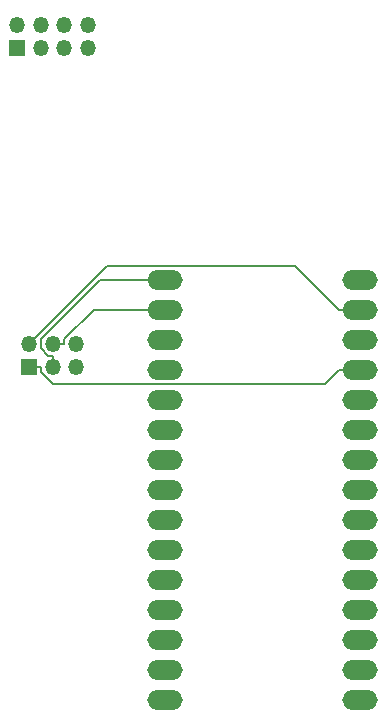
<source format=gbr>
%TF.GenerationSoftware,KiCad,Pcbnew,7.0.5-0*%
%TF.CreationDate,2023-07-22T21:58:15-05:00*%
%TF.ProjectId,biometrics,62696f6d-6574-4726-9963-732e6b696361,rev?*%
%TF.SameCoordinates,Original*%
%TF.FileFunction,Copper,L1,Top*%
%TF.FilePolarity,Positive*%
%FSLAX46Y46*%
G04 Gerber Fmt 4.6, Leading zero omitted, Abs format (unit mm)*
G04 Created by KiCad (PCBNEW 7.0.5-0) date 2023-07-22 21:58:15*
%MOMM*%
%LPD*%
G01*
G04 APERTURE LIST*
%TA.AperFunction,SMDPad,CuDef*%
%ADD10O,3.000000X1.700000*%
%TD*%
%TA.AperFunction,ComponentPad*%
%ADD11R,1.350000X1.350000*%
%TD*%
%TA.AperFunction,ComponentPad*%
%ADD12O,1.350000X1.350000*%
%TD*%
%TA.AperFunction,Conductor*%
%ADD13C,0.200000*%
%TD*%
G04 APERTURE END LIST*
D10*
%TO.P,J3,1,1*%
%TO.N,unconnected-(J3-Pad1)*%
X151505000Y-115535000D03*
%TO.P,J3,2,2*%
%TO.N,unconnected-(J3-Pad2)*%
X151505000Y-112995000D03*
%TO.P,J3,3,3*%
%TO.N,unconnected-(J3-Pad3)*%
X151505000Y-110455000D03*
%TO.P,J3,4,4*%
%TO.N,unconnected-(J3-Pad4)*%
X151505000Y-107915000D03*
%TO.P,J3,5,5*%
%TO.N,unconnected-(J3-Pad5)*%
X151505000Y-105375000D03*
%TO.P,J3,6,6*%
%TO.N,unconnected-(J3-Pad6)*%
X151505000Y-102835000D03*
%TO.P,J3,7,7*%
%TO.N,unconnected-(J3-Pad7)*%
X151505000Y-100295000D03*
%TO.P,J3,8,8*%
%TO.N,unconnected-(J3-Pad8)*%
X151505000Y-97755000D03*
%TO.P,J3,9,9*%
%TO.N,unconnected-(J3-Pad9)*%
X151505000Y-95215000D03*
%TO.P,J3,10,10*%
%TO.N,unconnected-(J3-Pad10)*%
X151505000Y-92675000D03*
%TO.P,J3,11,11*%
%TO.N,unconnected-(J3-Pad11)*%
X151505000Y-90135000D03*
%TO.P,J3,12,12*%
%TO.N,Net-(J1-Pin_1)*%
X151505000Y-87595000D03*
%TO.P,J3,13,13*%
%TO.N,unconnected-(J3-Pad13)*%
X151505000Y-85055000D03*
%TO.P,J3,14,14*%
%TO.N,Net-(J1-Pin_2)*%
X151505000Y-82515000D03*
%TO.P,J3,15,15*%
%TO.N,unconnected-(J3-Pad15)*%
X151505000Y-79975000D03*
%TO.P,J3,16,16*%
%TO.N,Net-(J1-Pin_3)*%
X134995000Y-79975000D03*
%TO.P,J3,17,17*%
%TO.N,Net-(J1-Pin_4)*%
X134995000Y-82515000D03*
%TO.P,J3,18,18*%
%TO.N,unconnected-(J3-Pad18)*%
X134995000Y-85055000D03*
%TO.P,J3,19,19*%
%TO.N,unconnected-(J3-Pad19)*%
X134995000Y-87595000D03*
%TO.P,J3,20,20*%
%TO.N,unconnected-(J3-Pad20)*%
X134995000Y-90135000D03*
%TO.P,J3,21,21*%
%TO.N,unconnected-(J3-Pad21)*%
X134995000Y-92675000D03*
%TO.P,J3,22,22*%
%TO.N,unconnected-(J3-Pad22)*%
X134995000Y-95215000D03*
%TO.P,J3,23,23*%
%TO.N,unconnected-(J3-Pad23)*%
X134995000Y-97755000D03*
%TO.P,J3,24,24*%
%TO.N,unconnected-(J3-Pad24)*%
X134995000Y-100295000D03*
%TO.P,J3,25,25*%
%TO.N,unconnected-(J3-Pad25)*%
X134995000Y-102835000D03*
%TO.P,J3,26,26*%
%TO.N,unconnected-(J3-Pad26)*%
X134995000Y-105375000D03*
%TO.P,J3,27,27*%
%TO.N,unconnected-(J3-Pad27)*%
X134995000Y-107915000D03*
%TO.P,J3,28,28*%
%TO.N,unconnected-(J3-Pad28)*%
X134995000Y-110455000D03*
%TO.P,J3,29,29*%
%TO.N,unconnected-(J3-Pad29)*%
X134995000Y-112995000D03*
%TO.P,J3,30,30*%
%TO.N,unconnected-(J3-Pad30)*%
X134995000Y-115535000D03*
%TD*%
D11*
%TO.P,J1,1,Pin_1*%
%TO.N,Net-(J1-Pin_1)*%
X123490000Y-87396000D03*
D12*
%TO.P,J1,2,Pin_2*%
%TO.N,Net-(J1-Pin_2)*%
X123490000Y-85396000D03*
%TO.P,J1,3,Pin_3*%
%TO.N,Net-(J1-Pin_3)*%
X125490000Y-87396000D03*
%TO.P,J1,4,Pin_4*%
%TO.N,Net-(J1-Pin_4)*%
X125490000Y-85396000D03*
%TO.P,J1,5,Pin_5*%
%TO.N,unconnected-(J1-Pin_5-Pad5)*%
X127490000Y-87396000D03*
%TO.P,J1,6,Pin_6*%
%TO.N,unconnected-(J1-Pin_6-Pad6)*%
X127490000Y-85396000D03*
%TD*%
D11*
%TO.P,J2,1,Pin_1*%
%TO.N,unconnected-(J2-Pin_1-Pad1)*%
X122490000Y-60396000D03*
D12*
%TO.P,J2,2,Pin_2*%
%TO.N,unconnected-(J2-Pin_2-Pad2)*%
X122490000Y-58396000D03*
%TO.P,J2,3,Pin_3*%
%TO.N,unconnected-(J2-Pin_3-Pad3)*%
X124490000Y-60396000D03*
%TO.P,J2,4,Pin_4*%
%TO.N,unconnected-(J2-Pin_4-Pad4)*%
X124490000Y-58396000D03*
%TO.P,J2,5,Pin_5*%
%TO.N,unconnected-(J2-Pin_5-Pad5)*%
X126490000Y-60396000D03*
%TO.P,J2,6,Pin_6*%
%TO.N,unconnected-(J2-Pin_6-Pad6)*%
X126490000Y-58396000D03*
%TO.P,J2,7,Pin_7*%
%TO.N,unconnected-(J2-Pin_7-Pad7)*%
X128490000Y-60396000D03*
%TO.P,J2,8,Pin_8*%
%TO.N,unconnected-(J2-Pin_8-Pad8)*%
X128490000Y-58396000D03*
%TD*%
D13*
%TO.N,Net-(J1-Pin_1)*%
X124466900Y-87762300D02*
X125490100Y-88785500D01*
X148512600Y-88785500D02*
X149703100Y-87595000D01*
X125490100Y-88785500D02*
X148512600Y-88785500D01*
X151505000Y-87595000D02*
X149703100Y-87595000D01*
X123490000Y-87396000D02*
X124466900Y-87396000D01*
X124466900Y-87396000D02*
X124466900Y-87762300D01*
%TO.N,Net-(J1-Pin_3)*%
X129507100Y-79975000D02*
X134995000Y-79975000D01*
X125123700Y-86419100D02*
X124490000Y-85785400D01*
X124490000Y-85785400D02*
X124490000Y-84992100D01*
X125490000Y-87396000D02*
X125490000Y-86419100D01*
X124490000Y-84992100D02*
X129507100Y-79975000D01*
X125490000Y-86419100D02*
X125123700Y-86419100D01*
%TO.N,Net-(J1-Pin_4)*%
X128981600Y-82515000D02*
X134995000Y-82515000D01*
X126466900Y-85029700D02*
X128981600Y-82515000D01*
X125490000Y-85396000D02*
X126466900Y-85396000D01*
X126466900Y-85396000D02*
X126466900Y-85029700D01*
%TO.N,Net-(J1-Pin_2)*%
X151505000Y-82515000D02*
X149703100Y-82515000D01*
X146002400Y-78814300D02*
X149703100Y-82515000D01*
X130071700Y-78814300D02*
X146002400Y-78814300D01*
X123490000Y-85396000D02*
X130071700Y-78814300D01*
%TD*%
M02*

</source>
